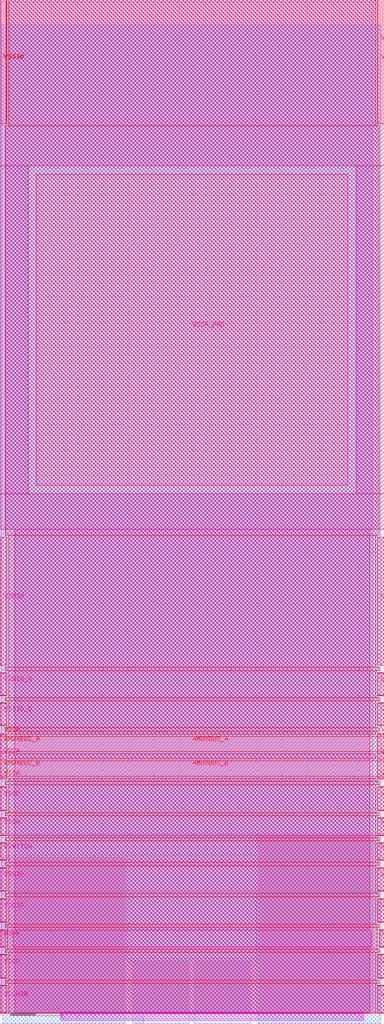
<source format=lef>
VERSION 5.7 ;
  NOWIREEXTENSIONATPIN ON ;
  DIVIDERCHAR "/" ;
  BUSBITCHARS "[]" ;
MACRO sky130_ef_io__vssa_hvc_pad
  CLASS PAD POWER ;
  FOREIGN sky130_ef_io__vssa_hvc_pad ;
  ORIGIN 0.000 0.000 ;
  SIZE 75.000 BY 197.965 ;
  PIN AMUXBUS_A
    DIRECTION INOUT ;
    USE SIGNAL ;
    PORT
      LAYER met4 ;
        RECT 0.000 51.090 75.000 54.070 ;
    END
    PORT
      LAYER met4 ;
        RECT 0.000 51.090 1.270 54.070 ;
    END
  END AMUXBUS_A
  PIN AMUXBUS_B
    DIRECTION INOUT ;
    USE SIGNAL ;
    PORT
      LAYER met4 ;
        RECT 0.000 46.330 75.000 49.310 ;
    END
    PORT
      LAYER met4 ;
        RECT 0.000 46.330 1.270 49.310 ;
    END
  END AMUXBUS_B
  PIN DRN_HVC
    DIRECTION INOUT ;
    USE POWER ;
    PORT
      LAYER met2 ;
        RECT 50.390 -2.035 74.290 23.625 ;
    END
    PORT
      LAYER met3 ;
        RECT 37.890 -2.035 48.890 10.345 ;
    END
  END DRN_HVC
  PIN SRC_BDY_HVC
    DIRECTION INOUT ;
    USE GROUND ;
    PORT
      LAYER met2 ;
        RECT 0.495 -2.035 24.395 0.020 ;
    END
    PORT
      LAYER met3 ;
        RECT 25.895 -2.035 36.895 10.390 ;
    END
  END SRC_BDY_HVC
  PIN VSSA_PAD
    DIRECTION INOUT ;
    USE GROUND ;
    PORT
      LAYER met5 ;
        RECT 7.050 103.085 67.890 163.910 ;
    END
  END VSSA_PAD
  PIN VSSA
    DIRECTION INOUT ;
    USE GROUND ;
    PORT
      LAYER met3 ;
        RECT 0.495 -2.035 24.395 30.480 ;
    END
    PORT
      LAYER met3 ;
        RECT 50.390 -2.035 74.290 34.725 ;
    END
    PORT
      LAYER met5 ;
        RECT 73.730 45.700 75.000 54.700 ;
    END
    PORT
      LAYER met5 ;
        RECT 73.730 34.805 75.000 38.050 ;
    END
    PORT
      LAYER met5 ;
        RECT 0.000 45.700 1.270 54.700 ;
    END
    PORT
      LAYER met5 ;
        RECT 0.000 34.805 1.270 38.050 ;
    END
    PORT
      LAYER met4 ;
        RECT 73.730 49.610 75.000 50.790 ;
    END
    PORT
      LAYER met4 ;
        RECT 73.730 54.370 75.000 54.700 ;
    END
    PORT
      LAYER met4 ;
        RECT 73.730 45.700 75.000 46.030 ;
    END
    PORT
      LAYER met4 ;
        RECT 73.730 34.700 75.000 38.150 ;
    END
    PORT
      LAYER met4 ;
        RECT 0.000 45.700 1.270 46.030 ;
    END
    PORT
      LAYER met4 ;
        RECT 0.000 49.610 1.270 50.790 ;
    END
    PORT
      LAYER met4 ;
        RECT 0.000 54.370 1.270 54.700 ;
    END
    PORT
      LAYER met4 ;
        RECT 0.000 34.700 1.270 38.150 ;
    END
  END VSSA
  PIN VDDA
    DIRECTION INOUT ;
    USE POWER ;
    PORT
      LAYER met5 ;
        RECT 74.035 13.000 75.000 16.250 ;
    END
    PORT
      LAYER met5 ;
        RECT 0.000 13.000 0.965 16.250 ;
    END
    PORT
      LAYER met4 ;
        RECT 74.035 12.900 75.000 16.350 ;
    END
    PORT
      LAYER met4 ;
        RECT 0.000 12.900 0.965 16.350 ;
    END
  END VDDA
  PIN VSWITCH
    DIRECTION INOUT ;
    USE POWER ;
    PORT
      LAYER met5 ;
        RECT 73.730 29.950 75.000 33.200 ;
    END
    PORT
      LAYER met5 ;
        RECT 0.000 29.950 1.270 33.200 ;
    END
    PORT
      LAYER met4 ;
        RECT 73.730 29.850 75.000 33.300 ;
    END
    PORT
      LAYER met4 ;
        RECT 0.000 29.850 1.270 33.300 ;
    END
  END VSWITCH
  PIN VDDIO_Q
    DIRECTION INOUT ;
    USE POWER ;
    PORT
      LAYER met5 ;
        RECT 73.730 62.150 75.000 66.400 ;
    END
    PORT
      LAYER met5 ;
        RECT 0.000 62.150 1.270 66.400 ;
    END
    PORT
      LAYER met4 ;
        RECT 73.730 62.050 75.000 66.500 ;
    END
    PORT
      LAYER met4 ;
        RECT 0.000 62.050 1.270 66.500 ;
    END
  END VDDIO_Q
  PIN VCCHIB
    DIRECTION INOUT ;
    USE POWER ;
    PORT
      LAYER met5 ;
        RECT 73.730 0.100 75.000 5.350 ;
    END
    PORT
      LAYER met5 ;
        RECT 0.000 0.100 1.270 5.350 ;
    END
    PORT
      LAYER met4 ;
        RECT 73.730 0.000 75.000 5.450 ;
    END
    PORT
      LAYER met4 ;
        RECT 0.000 0.000 1.270 5.450 ;
    END
  END VCCHIB
  PIN VDDIO
    DIRECTION INOUT ;
    USE POWER ;
    PORT
      LAYER met5 ;
        RECT 73.730 68.000 75.000 92.950 ;
    END
    PORT
      LAYER met5 ;
        RECT 73.730 17.850 75.000 22.300 ;
    END
    PORT
      LAYER met5 ;
        RECT 0.000 68.000 1.270 92.950 ;
    END
    PORT
      LAYER met5 ;
        RECT 0.000 17.850 1.270 22.300 ;
    END
    PORT
      LAYER met4 ;
        RECT 73.730 17.750 75.000 22.400 ;
    END
    PORT
      LAYER met4 ;
        RECT 73.730 68.000 75.000 92.965 ;
    END
    PORT
      LAYER met4 ;
        RECT 0.000 17.750 1.270 22.400 ;
    END
    PORT
      LAYER met4 ;
        RECT 0.000 68.000 1.270 92.965 ;
    END
  END VDDIO
  PIN VCCD
    DIRECTION INOUT ;
    USE POWER ;
    PORT
      LAYER met5 ;
        RECT 73.730 6.950 75.000 11.400 ;
    END
    PORT
      LAYER met5 ;
        RECT 0.000 6.950 1.270 11.400 ;
    END
    PORT
      LAYER met4 ;
        RECT 73.730 6.850 75.000 11.500 ;
    END
    PORT
      LAYER met4 ;
        RECT 0.000 6.850 1.270 11.500 ;
    END
  END VCCD
  PIN VSSIO
    DIRECTION INOUT ;
    USE GROUND ;
    PORT
      LAYER met4 ;
        RECT 0.000 173.750 1.205 197.965 ;
    END
    PORT
      LAYER met5 ;
        RECT 73.730 23.900 75.000 28.350 ;
    END
    PORT
      LAYER met5 ;
        RECT 0.000 23.900 1.270 28.350 ;
    END
    PORT
      LAYER met4 ;
        RECT 73.730 23.800 75.000 28.450 ;
    END
    PORT
      LAYER met4 ;
        RECT 73.730 173.750 75.000 197.965 ;
    END
    PORT
      LAYER met4 ;
        RECT 0.000 173.750 1.270 197.965 ;
    END
    PORT
      LAYER met4 ;
        RECT 0.000 23.800 1.270 28.450 ;
    END
  END VSSIO
  PIN VSSD
    DIRECTION INOUT ;
    USE GROUND ;
    PORT
      LAYER met5 ;
        RECT 73.730 39.650 75.000 44.100 ;
    END
    PORT
      LAYER met5 ;
        RECT 0.000 39.650 1.270 44.100 ;
    END
    PORT
      LAYER met4 ;
        RECT 73.730 39.550 75.000 44.200 ;
    END
    PORT
      LAYER met4 ;
        RECT 0.000 39.550 1.270 44.200 ;
    END
  END VSSD
  PIN VSSIO_Q
    DIRECTION INOUT ;
    USE GROUND ;
    PORT
      LAYER met5 ;
        RECT 73.730 56.300 75.000 60.550 ;
    END
    PORT
      LAYER met5 ;
        RECT 0.000 56.300 1.270 60.550 ;
    END
    PORT
      LAYER met4 ;
        RECT 73.730 56.200 75.000 60.650 ;
    END
    PORT
      LAYER met4 ;
        RECT 0.000 56.200 1.270 60.650 ;
    END
  END VSSIO_Q
  PIN VSSIO
    DIRECTION INOUT ;
    USE GROUND ;
    PORT
      LAYER met4 ;
        RECT 74.360 189.565 74.370 189.575 ;
    END
  END VSSIO
  OBS
      LAYER nwell ;
        RECT 11.860 -1.350 70.965 0.170 ;
      LAYER li1 ;
        RECT 1.070 0.000 72.775 197.660 ;
        RECT 12.065 -0.145 13.045 0.000 ;
        RECT 69.760 -0.145 70.650 0.000 ;
        RECT 12.065 -1.035 70.650 -0.145 ;
      LAYER met1 ;
        RECT 0.185 0.000 73.620 197.690 ;
        RECT 12.035 -0.115 13.350 0.000 ;
        POLYGON 13.350 0.000 13.465 -0.115 13.350 -0.115 ;
        POLYGON 69.540 0.000 69.540 -0.115 69.425 -0.115 ;
        RECT 69.540 -0.115 70.680 0.000 ;
        RECT 12.035 -1.065 70.680 -0.115 ;
      LAYER met2 ;
        RECT 0.265 23.905 74.290 193.040 ;
        RECT 0.265 0.300 50.110 23.905 ;
        RECT 24.675 0.000 50.110 0.300 ;
        RECT 25.895 -2.035 27.895 -0.115 ;
      LAYER met3 ;
        RECT 0.240 35.125 74.290 193.065 ;
        RECT 0.240 30.880 49.990 35.125 ;
        RECT 24.795 10.790 49.990 30.880 ;
        RECT 24.795 10.345 25.495 10.790 ;
        RECT 37.295 10.745 49.990 10.790 ;
        RECT 37.295 10.345 37.490 10.745 ;
        RECT 49.290 10.345 49.990 10.745 ;
      LAYER met4 ;
        RECT 1.670 173.350 73.330 197.965 ;
        RECT 0.965 93.365 74.035 173.350 ;
        RECT 1.670 67.600 73.330 93.365 ;
        RECT 0.965 66.900 74.035 67.600 ;
        RECT 1.670 61.650 73.330 66.900 ;
        RECT 0.965 61.050 74.035 61.650 ;
        RECT 1.670 55.800 73.330 61.050 ;
        RECT 0.965 55.100 74.035 55.800 ;
        RECT 1.670 54.470 73.330 55.100 ;
        RECT 1.670 49.710 73.330 50.690 ;
        RECT 1.670 45.300 73.330 45.930 ;
        RECT 0.965 44.600 74.035 45.300 ;
        RECT 1.670 39.150 73.330 44.600 ;
        RECT 0.965 38.550 74.035 39.150 ;
        RECT 1.670 34.300 73.330 38.550 ;
        RECT 0.965 33.700 74.035 34.300 ;
        RECT 1.670 29.450 73.330 33.700 ;
        RECT 0.965 28.850 74.035 29.450 ;
        RECT 1.670 23.400 73.330 28.850 ;
        RECT 0.965 22.800 74.035 23.400 ;
        RECT 1.670 17.350 73.330 22.800 ;
        RECT 0.965 16.750 74.035 17.350 ;
        RECT 1.365 12.500 73.635 16.750 ;
        RECT 0.965 11.900 74.035 12.500 ;
        RECT 1.670 6.450 73.330 11.900 ;
        RECT 0.965 5.850 74.035 6.450 ;
        RECT 1.670 0.000 73.330 5.850 ;
      LAYER met5 ;
        RECT 0.000 165.510 75.000 197.965 ;
        RECT 0.000 101.485 5.450 165.510 ;
        RECT 69.490 101.485 75.000 165.510 ;
        RECT 0.000 94.550 75.000 101.485 ;
        RECT 2.870 34.805 72.130 94.550 ;
        RECT 0.000 34.800 75.000 34.805 ;
        RECT 2.870 16.250 72.130 34.800 ;
        RECT 2.565 13.000 72.435 16.250 ;
        RECT 2.870 0.100 72.130 13.000 ;
  END
END sky130_ef_io__vssa_hvc_pad
END LIBRARY


</source>
